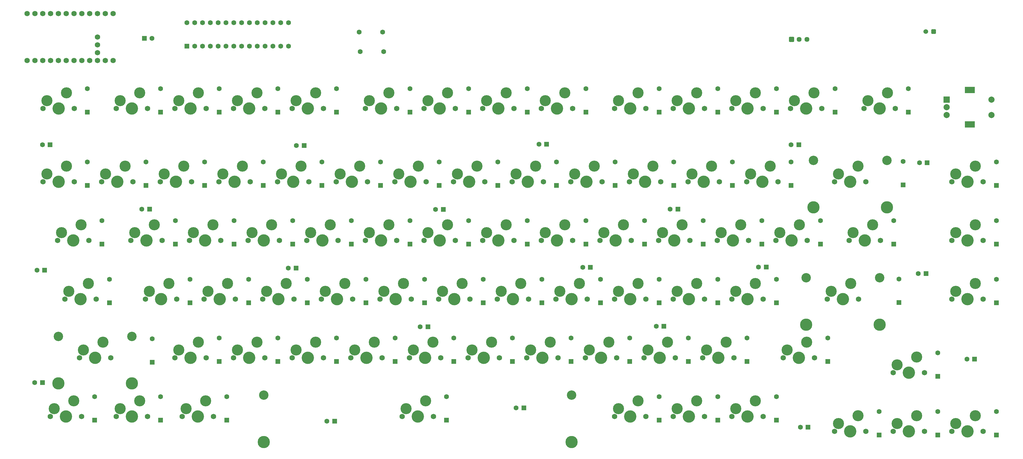
<source format=gbr>
%TF.GenerationSoftware,KiCad,Pcbnew,9.0.2*%
%TF.CreationDate,2025-07-31T22:41:45+05:30*%
%TF.ProjectId,clackintosh,636c6163-6b69-46e7-946f-73682e6b6963,rev?*%
%TF.SameCoordinates,Original*%
%TF.FileFunction,Soldermask,Top*%
%TF.FilePolarity,Negative*%
%FSLAX46Y46*%
G04 Gerber Fmt 4.6, Leading zero omitted, Abs format (unit mm)*
G04 Created by KiCad (PCBNEW 9.0.2) date 2025-07-31 22:41:45*
%MOMM*%
%LPD*%
G01*
G04 APERTURE LIST*
G04 Aperture macros list*
%AMRoundRect*
0 Rectangle with rounded corners*
0 $1 Rounding radius*
0 $2 $3 $4 $5 $6 $7 $8 $9 X,Y pos of 4 corners*
0 Add a 4 corners polygon primitive as box body*
4,1,4,$2,$3,$4,$5,$6,$7,$8,$9,$2,$3,0*
0 Add four circle primitives for the rounded corners*
1,1,$1+$1,$2,$3*
1,1,$1+$1,$4,$5*
1,1,$1+$1,$6,$7*
1,1,$1+$1,$8,$9*
0 Add four rect primitives between the rounded corners*
20,1,$1+$1,$2,$3,$4,$5,0*
20,1,$1+$1,$4,$5,$6,$7,0*
20,1,$1+$1,$6,$7,$8,$9,0*
20,1,$1+$1,$8,$9,$2,$3,0*%
G04 Aperture macros list end*
%ADD10RoundRect,0.250000X0.550000X-0.550000X0.550000X0.550000X-0.550000X0.550000X-0.550000X-0.550000X0*%
%ADD11C,1.600000*%
%ADD12R,2.000000X2.000000*%
%ADD13C,2.000000*%
%ADD14R,3.200000X2.000000*%
%ADD15RoundRect,0.102000X-0.704000X-0.704000X0.704000X-0.704000X0.704000X0.704000X-0.704000X0.704000X0*%
%ADD16C,1.612000*%
%ADD17RoundRect,0.250000X-0.550000X-0.550000X0.550000X-0.550000X0.550000X0.550000X-0.550000X0.550000X0*%
%ADD18C,1.524000*%
%ADD19RoundRect,0.250000X-0.512000X-0.512000X0.512000X-0.512000X0.512000X0.512000X-0.512000X0.512000X0*%
%ADD20C,1.752600*%
%ADD21C,1.750000*%
%ADD22C,4.000000*%
%ADD23C,3.600000*%
%ADD24C,3.048000*%
%ADD25C,3.987800*%
%ADD26RoundRect,0.250000X0.550000X0.550000X-0.550000X0.550000X-0.550000X-0.550000X0.550000X-0.550000X0*%
G04 APERTURE END LIST*
D10*
%TO.C,D55*%
X252887500Y-105012500D03*
D11*
X252887500Y-97392500D03*
%TD*%
D10*
%TO.C,D61*%
X110012500Y-124062500D03*
D11*
X110012500Y-116442500D03*
%TD*%
D10*
%TO.C,D75*%
X164781300Y-143112500D03*
D11*
X164781300Y-135492500D03*
%TD*%
D10*
%TO.C,D17*%
X86200000Y-66912500D03*
D11*
X86200000Y-59292500D03*
%TD*%
D10*
%TO.C,D18*%
X105250000Y-66912500D03*
D11*
X105250000Y-59292500D03*
%TD*%
D12*
%TO.C,SW1*%
X327250000Y-39000000D03*
D13*
X327250000Y-44000000D03*
X327250000Y-41500000D03*
D14*
X334750000Y-35900000D03*
X334750000Y-47100000D03*
D13*
X341750000Y-44000000D03*
X341750000Y-39000000D03*
%TD*%
D10*
%TO.C,D56*%
X271937500Y-105012500D03*
D11*
X271937500Y-97392500D03*
%TD*%
D10*
%TO.C,D10*%
X233837500Y-43100000D03*
D11*
X233837500Y-35480000D03*
%TD*%
D10*
%TO.C,D23*%
X200500000Y-66912500D03*
D11*
X200500000Y-59292500D03*
%TD*%
D10*
%TO.C,D79*%
X305275000Y-147875000D03*
D11*
X305275000Y-140255000D03*
%TD*%
D10*
%TO.C,D50*%
X157637500Y-105012500D03*
D11*
X157637500Y-97392500D03*
%TD*%
D10*
%TO.C,D33*%
X114775000Y-85962500D03*
D11*
X114775000Y-78342500D03*
%TD*%
D10*
%TO.C,D67*%
X224312500Y-124062500D03*
D11*
X224312500Y-116442500D03*
%TD*%
D15*
%TO.C,SW2*%
X276812500Y-19500000D03*
D16*
X279312500Y-19500000D03*
X281812500Y-19500000D03*
%TD*%
D10*
%TO.C,D8*%
X190975000Y-43100000D03*
D11*
X190975000Y-35480000D03*
%TD*%
D10*
%TO.C,D48*%
X119537500Y-105012500D03*
D11*
X119537500Y-97392500D03*
%TD*%
D10*
%TO.C,D4*%
X110012500Y-43100000D03*
D11*
X110012500Y-35480000D03*
%TD*%
D10*
%TO.C,D63*%
X148112500Y-124062500D03*
D11*
X148112500Y-116442500D03*
%TD*%
D10*
%TO.C,D73*%
X71912500Y-143112500D03*
D11*
X71912500Y-135492500D03*
%TD*%
D10*
%TO.C,D30*%
X52862500Y-85962500D03*
D11*
X52862500Y-78342500D03*
%TD*%
D10*
%TO.C,D3*%
X90962500Y-43100000D03*
D11*
X90962500Y-35480000D03*
%TD*%
D10*
%TO.C,D12*%
X271937500Y-43100000D03*
D11*
X271937500Y-35480000D03*
%TD*%
D10*
%TO.C,D7*%
X171925000Y-43100000D03*
D11*
X171925000Y-35480000D03*
%TD*%
D10*
%TO.C,D40*%
X248125000Y-85962500D03*
D11*
X248125000Y-78342500D03*
%TD*%
D10*
%TO.C,D26*%
X257650000Y-66912500D03*
D11*
X257650000Y-59292500D03*
%TD*%
D10*
%TO.C,D39*%
X229075000Y-85962500D03*
D11*
X229075000Y-78342500D03*
%TD*%
D10*
%TO.C,D47*%
X100487500Y-105012500D03*
D11*
X100487500Y-97392500D03*
%TD*%
D10*
%TO.C,D38*%
X210025000Y-85962500D03*
D11*
X210025000Y-78342500D03*
%TD*%
D10*
%TO.C,D69*%
X262412500Y-124062500D03*
D11*
X262412500Y-116442500D03*
%TD*%
D10*
%TO.C,D58*%
X343375000Y-105012500D03*
D11*
X343375000Y-97392500D03*
%TD*%
D10*
%TO.C,D22*%
X181450000Y-66912500D03*
D11*
X181450000Y-59292500D03*
%TD*%
D10*
%TO.C,D72*%
X50481300Y-143112500D03*
D11*
X50481300Y-135492500D03*
%TD*%
D10*
%TO.C,D14*%
X314800000Y-43100000D03*
D11*
X314800000Y-35480000D03*
%TD*%
D10*
%TO.C,D6*%
X152875000Y-43100000D03*
D11*
X152875000Y-35480000D03*
%TD*%
D10*
%TO.C,D27*%
X276700000Y-66912500D03*
D11*
X276700000Y-59292500D03*
%TD*%
D10*
%TO.C,D2*%
X71912500Y-43100000D03*
D11*
X71912500Y-35480000D03*
%TD*%
D10*
%TO.C,D24*%
X219550000Y-66912500D03*
D11*
X219550000Y-59292500D03*
%TD*%
D17*
%TO.C,C21*%
X66594900Y-19100000D03*
D11*
X69094900Y-19100000D03*
%TD*%
D10*
%TO.C,D25*%
X238600000Y-66912500D03*
D11*
X238600000Y-59292500D03*
%TD*%
D10*
%TO.C,D42*%
X286225000Y-85962500D03*
D11*
X286225000Y-78342500D03*
%TD*%
D10*
%TO.C,D5*%
X129062500Y-43100000D03*
D11*
X129062500Y-35480000D03*
%TD*%
D10*
%TO.C,D62*%
X129062500Y-124062500D03*
D11*
X129062500Y-116442500D03*
%TD*%
D10*
%TO.C,D68*%
X243362500Y-124062500D03*
D11*
X243362500Y-116442500D03*
%TD*%
D18*
%TO.C,BT1*%
X320460000Y-16900000D03*
D19*
X323000000Y-16900000D03*
%TD*%
D10*
%TO.C,D41*%
X267175000Y-85962500D03*
D11*
X267175000Y-78342500D03*
%TD*%
D10*
%TO.C,D32*%
X95725000Y-85962500D03*
D11*
X95725000Y-78342500D03*
%TD*%
D10*
%TO.C,D70*%
X288606300Y-124062500D03*
D11*
X288606300Y-116442500D03*
%TD*%
D10*
%TO.C,D52*%
X195737500Y-105012500D03*
D11*
X195737500Y-97392500D03*
%TD*%
D20*
%TO.C,U2*%
X28510000Y-26320000D03*
X31050000Y-26320000D03*
X33590000Y-26320000D03*
X36130000Y-26320000D03*
X38670000Y-26320000D03*
X41210000Y-26320000D03*
X43750000Y-26320000D03*
X46290000Y-26320000D03*
X48830000Y-26320000D03*
X51370000Y-26320000D03*
X53910000Y-26320000D03*
X56450000Y-26320000D03*
X56450000Y-11080000D03*
X53910000Y-11080000D03*
X51370000Y-11080000D03*
X48830000Y-11080000D03*
X46290000Y-11080000D03*
X43750000Y-11080000D03*
X41210000Y-11080000D03*
X38670000Y-11080000D03*
X36130000Y-11080000D03*
X33590000Y-11080000D03*
X31050000Y-11080000D03*
X28510000Y-11080000D03*
X51370000Y-23780000D03*
X51370000Y-21240000D03*
X51370000Y-18700000D03*
%TD*%
D10*
%TO.C,D45*%
X55243800Y-105012500D03*
D11*
X55243800Y-97392500D03*
%TD*%
D10*
%TO.C,D59*%
X69200000Y-124310000D03*
D11*
X69200000Y-116690000D03*
%TD*%
D10*
%TO.C,D57*%
X311700000Y-104910000D03*
D11*
X311700000Y-97290000D03*
%TD*%
D10*
%TO.C,D9*%
X210025000Y-43100000D03*
D11*
X210025000Y-35480000D03*
%TD*%
D10*
%TO.C,D76*%
X233837500Y-143112500D03*
D11*
X233837500Y-135492500D03*
%TD*%
D10*
%TO.C,D34*%
X133825000Y-85962500D03*
D11*
X133825000Y-78342500D03*
%TD*%
D10*
%TO.C,D1*%
X48100000Y-43100000D03*
D11*
X48100000Y-35480000D03*
%TD*%
D10*
%TO.C,U1*%
X80440000Y-21700000D03*
D11*
X82980000Y-21700000D03*
X85520000Y-21700000D03*
X88060000Y-21700000D03*
X90600000Y-21700000D03*
X93140000Y-21700000D03*
X95680000Y-21700000D03*
X98220000Y-21700000D03*
X100760000Y-21700000D03*
X103300000Y-21700000D03*
X105840000Y-21700000D03*
X108380000Y-21700000D03*
X110920000Y-21700000D03*
X113460000Y-21700000D03*
X113460000Y-14080000D03*
X110920000Y-14080000D03*
X108380000Y-14080000D03*
X105840000Y-14080000D03*
X103300000Y-14080000D03*
X100760000Y-14080000D03*
X98220000Y-14080000D03*
X95680000Y-14080000D03*
X93140000Y-14080000D03*
X90600000Y-14080000D03*
X88060000Y-14080000D03*
X85520000Y-14080000D03*
X82980000Y-14080000D03*
X80440000Y-14080000D03*
%TD*%
D10*
%TO.C,D31*%
X76675000Y-85962500D03*
D11*
X76675000Y-78342500D03*
%TD*%
D10*
%TO.C,D37*%
X190975000Y-85962500D03*
D11*
X190975000Y-78342500D03*
%TD*%
D10*
%TO.C,D64*%
X167162500Y-124062500D03*
D11*
X167162500Y-116442500D03*
%TD*%
D10*
%TO.C,D81*%
X343375000Y-147875000D03*
D11*
X343375000Y-140255000D03*
%TD*%
D10*
%TO.C,D16*%
X67150000Y-66912500D03*
D11*
X67150000Y-59292500D03*
%TD*%
D10*
%TO.C,D78*%
X271937500Y-143112500D03*
D11*
X271937500Y-135492500D03*
%TD*%
D10*
%TO.C,D11*%
X252887500Y-43100000D03*
D11*
X252887500Y-35480000D03*
%TD*%
D10*
%TO.C,D77*%
X252887500Y-143112500D03*
D11*
X252887500Y-135492500D03*
%TD*%
%TO.C,R1*%
X136390000Y-17100000D03*
X144010000Y-17100000D03*
%TD*%
D10*
%TO.C,D65*%
X186212500Y-124062500D03*
D11*
X186212500Y-116442500D03*
%TD*%
D10*
%TO.C,D60*%
X90962500Y-124062500D03*
D11*
X90962500Y-116442500D03*
%TD*%
D10*
%TO.C,D35*%
X152875000Y-85962500D03*
D11*
X152875000Y-78342500D03*
%TD*%
D10*
%TO.C,D53*%
X214787500Y-105012500D03*
D11*
X214787500Y-97392500D03*
%TD*%
D10*
%TO.C,D36*%
X171925000Y-85962500D03*
D11*
X171925000Y-78342500D03*
%TD*%
%TO.C,R2*%
X144310000Y-23400000D03*
X136690000Y-23400000D03*
%TD*%
D10*
%TO.C,D21*%
X162400000Y-66912500D03*
D11*
X162400000Y-59292500D03*
%TD*%
D10*
%TO.C,D54*%
X233837500Y-105012500D03*
D11*
X233837500Y-97392500D03*
%TD*%
D10*
%TO.C,D15*%
X48100000Y-66912500D03*
D11*
X48100000Y-59292500D03*
%TD*%
D10*
%TO.C,D74*%
X93343800Y-143112500D03*
D11*
X93343800Y-135492500D03*
%TD*%
D10*
%TO.C,D71*%
X324325000Y-128825000D03*
D11*
X324325000Y-121205000D03*
%TD*%
D10*
%TO.C,D66*%
X205262500Y-124062500D03*
D11*
X205262500Y-116442500D03*
%TD*%
D10*
%TO.C,D80*%
X324325000Y-147875000D03*
D11*
X324325000Y-140255000D03*
%TD*%
D10*
%TO.C,D29*%
X343375000Y-66912500D03*
D11*
X343375000Y-59292500D03*
%TD*%
D10*
%TO.C,D43*%
X310037500Y-85962500D03*
D11*
X310037500Y-78342500D03*
%TD*%
D10*
%TO.C,D49*%
X138587500Y-105012500D03*
D11*
X138587500Y-97392500D03*
%TD*%
D10*
%TO.C,D20*%
X143350000Y-66912500D03*
D11*
X143350000Y-59292500D03*
%TD*%
D10*
%TO.C,D51*%
X176687500Y-105012500D03*
D11*
X176687500Y-97392500D03*
%TD*%
D10*
%TO.C,D28*%
X313100000Y-66720000D03*
D11*
X313100000Y-59100000D03*
%TD*%
D10*
%TO.C,D19*%
X124300000Y-66912500D03*
D11*
X124300000Y-59292500D03*
%TD*%
D10*
%TO.C,D44*%
X343375000Y-85962500D03*
D11*
X343375000Y-78342500D03*
%TD*%
D10*
%TO.C,D13*%
X290987500Y-43100000D03*
D11*
X290987500Y-35480000D03*
%TD*%
D10*
%TO.C,D46*%
X81437500Y-105012500D03*
D11*
X81437500Y-97392500D03*
%TD*%
D21*
%TO.C,S12*%
X257492500Y-41910000D03*
D22*
X262572500Y-41910000D03*
D21*
X267652500Y-41910000D03*
D23*
X258762500Y-39370000D03*
X265112500Y-36830000D03*
%TD*%
D21*
%TO.C,S70*%
X274161300Y-122872500D03*
D22*
X279241300Y-122872500D03*
D21*
X284321300Y-122872500D03*
D23*
X275431300Y-120332500D03*
X281781300Y-117792500D03*
%TD*%
D21*
%TO.C,S39*%
X214630000Y-84772500D03*
D22*
X219710000Y-84772500D03*
D21*
X224790000Y-84772500D03*
D23*
X215900000Y-82232500D03*
X222250000Y-79692500D03*
%TD*%
D24*
%TO.C,S57*%
X281590800Y-96837500D03*
D25*
X281590800Y-112047500D03*
D21*
X288448800Y-103822500D03*
D22*
X293528800Y-103822500D03*
D21*
X298608800Y-103822500D03*
D24*
X305466800Y-96837500D03*
D25*
X305466800Y-112047500D03*
D23*
X289718800Y-101282500D03*
X296068800Y-98742500D03*
%TD*%
D24*
%TO.C,S59*%
X38703300Y-115887500D03*
D25*
X38703300Y-131097500D03*
D21*
X45561300Y-122872500D03*
D22*
X50641300Y-122872500D03*
D21*
X55721300Y-122872500D03*
D24*
X62579300Y-115887500D03*
D25*
X62579300Y-131097500D03*
D23*
X46831300Y-120332500D03*
X53181300Y-117792500D03*
%TD*%
D26*
%TO.C,C14*%
X33505100Y-130900000D03*
D11*
X31005100Y-130900000D03*
%TD*%
D21*
%TO.C,S65*%
X171767500Y-122872500D03*
D22*
X176847500Y-122872500D03*
D21*
X181927500Y-122872500D03*
D23*
X173037500Y-120332500D03*
X179387500Y-117792500D03*
%TD*%
D21*
%TO.C,S8*%
X176530000Y-41910000D03*
D22*
X181610000Y-41910000D03*
D21*
X186690000Y-41910000D03*
D23*
X177800000Y-39370000D03*
X184150000Y-36830000D03*
%TD*%
D21*
%TO.C,S44*%
X328930000Y-84772500D03*
D22*
X334010000Y-84772500D03*
D21*
X339090000Y-84772500D03*
D23*
X330200000Y-82232500D03*
X336550000Y-79692500D03*
%TD*%
D21*
%TO.C,S60*%
X76517500Y-122872500D03*
D22*
X81597500Y-122872500D03*
D21*
X86677500Y-122872500D03*
D23*
X77787500Y-120332500D03*
X84137500Y-117792500D03*
%TD*%
D21*
%TO.C,S47*%
X86042500Y-103822500D03*
D22*
X91122500Y-103822500D03*
D21*
X96202500Y-103822500D03*
D23*
X87312500Y-101282500D03*
X93662500Y-98742500D03*
%TD*%
D21*
%TO.C,S81*%
X328930000Y-146685000D03*
D22*
X334010000Y-146685000D03*
D21*
X339090000Y-146685000D03*
D23*
X330200000Y-144145000D03*
X336550000Y-141605000D03*
%TD*%
D21*
%TO.C,S69*%
X247967500Y-122872500D03*
D22*
X253047500Y-122872500D03*
D21*
X258127500Y-122872500D03*
D23*
X249237500Y-120332500D03*
X255587500Y-117792500D03*
%TD*%
D26*
%TO.C,C6*%
X163705100Y-74700000D03*
D11*
X161205100Y-74700000D03*
%TD*%
D21*
%TO.C,S66*%
X190817500Y-122872500D03*
D22*
X195897500Y-122872500D03*
D21*
X200977500Y-122872500D03*
D23*
X192087500Y-120332500D03*
X198437500Y-117792500D03*
%TD*%
D21*
%TO.C,S9*%
X195580000Y-41910000D03*
D22*
X200660000Y-41910000D03*
D21*
X205740000Y-41910000D03*
D23*
X196850000Y-39370000D03*
X203200000Y-36830000D03*
%TD*%
D21*
%TO.C,S77*%
X238442500Y-141922500D03*
D22*
X243522500Y-141922500D03*
D21*
X248602500Y-141922500D03*
D23*
X239712500Y-139382500D03*
X246062500Y-136842500D03*
%TD*%
D26*
%TO.C,C8*%
X34205100Y-94400000D03*
D11*
X31705100Y-94400000D03*
%TD*%
D21*
%TO.C,S30*%
X38417500Y-84772500D03*
D22*
X43497500Y-84772500D03*
D21*
X48577500Y-84772500D03*
D23*
X39687500Y-82232500D03*
X46037500Y-79692500D03*
%TD*%
D26*
%TO.C,C20*%
X320500000Y-95500000D03*
D11*
X318000000Y-95500000D03*
%TD*%
D26*
%TO.C,C7*%
X68300000Y-74600000D03*
D11*
X65800000Y-74600000D03*
%TD*%
D21*
%TO.C,S40*%
X233680000Y-84772500D03*
D22*
X238760000Y-84772500D03*
D21*
X243840000Y-84772500D03*
D23*
X234950000Y-82232500D03*
X241300000Y-79692500D03*
%TD*%
D21*
%TO.C,S38*%
X195580000Y-84772500D03*
D22*
X200660000Y-84772500D03*
D21*
X205740000Y-84772500D03*
D23*
X196850000Y-82232500D03*
X203200000Y-79692500D03*
%TD*%
D21*
%TO.C,S76*%
X219392500Y-141922500D03*
D22*
X224472500Y-141922500D03*
D21*
X229552500Y-141922500D03*
D23*
X220662500Y-139382500D03*
X227012500Y-136842500D03*
%TD*%
D26*
%TO.C,C10*%
X211500000Y-93500000D03*
D11*
X209000000Y-93500000D03*
%TD*%
D21*
%TO.C,S52*%
X181292500Y-103822500D03*
D22*
X186372500Y-103822500D03*
D21*
X191452500Y-103822500D03*
D23*
X182562500Y-101282500D03*
X188912500Y-98742500D03*
%TD*%
D21*
%TO.C,S79*%
X290830000Y-146685000D03*
D22*
X295910000Y-146685000D03*
D21*
X300990000Y-146685000D03*
D23*
X292100000Y-144145000D03*
X298450000Y-141605000D03*
%TD*%
D21*
%TO.C,S2*%
X57467500Y-41910000D03*
D22*
X62547500Y-41910000D03*
D21*
X67627500Y-41910000D03*
D23*
X58737500Y-39370000D03*
X65087500Y-36830000D03*
%TD*%
D21*
%TO.C,S17*%
X71755000Y-65722500D03*
D22*
X76835000Y-65722500D03*
D21*
X81915000Y-65722500D03*
D23*
X73025000Y-63182500D03*
X79375000Y-60642500D03*
%TD*%
D21*
%TO.C,S41*%
X252730000Y-84772500D03*
D22*
X257810000Y-84772500D03*
D21*
X262890000Y-84772500D03*
D23*
X254000000Y-82232500D03*
X260350000Y-79692500D03*
%TD*%
D21*
%TO.C,S80*%
X309880000Y-146685000D03*
D22*
X314960000Y-146685000D03*
D21*
X320040000Y-146685000D03*
D23*
X311150000Y-144145000D03*
X317500000Y-141605000D03*
%TD*%
D21*
%TO.C,S32*%
X81280000Y-84772500D03*
D22*
X86360000Y-84772500D03*
D21*
X91440000Y-84772500D03*
D23*
X82550000Y-82232500D03*
X88900000Y-79692500D03*
%TD*%
D24*
%TO.C,S75*%
X105416300Y-134937500D03*
D25*
X105416300Y-150147500D03*
D21*
X150336300Y-141922500D03*
D22*
X155416300Y-141922500D03*
D21*
X160496300Y-141922500D03*
D24*
X205416300Y-134937500D03*
D25*
X205416300Y-150147500D03*
D23*
X151606300Y-139382500D03*
X157956300Y-136842500D03*
%TD*%
D21*
%TO.C,S37*%
X176530000Y-84772500D03*
D22*
X181610000Y-84772500D03*
D21*
X186690000Y-84772500D03*
D23*
X177800000Y-82232500D03*
X184150000Y-79692500D03*
%TD*%
D21*
%TO.C,S4*%
X95567500Y-41910000D03*
D22*
X100647500Y-41910000D03*
D21*
X105727500Y-41910000D03*
D23*
X96837500Y-39370000D03*
X103187500Y-36830000D03*
%TD*%
D21*
%TO.C,S18*%
X90805000Y-65722500D03*
D22*
X95885000Y-65722500D03*
D21*
X100965000Y-65722500D03*
D23*
X92075000Y-63182500D03*
X98425000Y-60642500D03*
%TD*%
D21*
%TO.C,S20*%
X128905000Y-65722500D03*
D22*
X133985000Y-65722500D03*
D21*
X139065000Y-65722500D03*
D23*
X130175000Y-63182500D03*
X136525000Y-60642500D03*
%TD*%
D26*
%TO.C,C2*%
X118500000Y-53900000D03*
D11*
X116000000Y-53900000D03*
%TD*%
D21*
%TO.C,S14*%
X300355000Y-41910000D03*
D22*
X305435000Y-41910000D03*
D21*
X310515000Y-41910000D03*
D23*
X301625000Y-39370000D03*
X307975000Y-36830000D03*
%TD*%
D26*
%TO.C,C1*%
X35994900Y-53700000D03*
D11*
X33494900Y-53700000D03*
%TD*%
D21*
%TO.C,S27*%
X262255000Y-65722500D03*
D22*
X267335000Y-65722500D03*
D21*
X272415000Y-65722500D03*
D23*
X263525000Y-63182500D03*
X269875000Y-60642500D03*
%TD*%
D26*
%TO.C,C4*%
X279205113Y-53700000D03*
D11*
X276705113Y-53700000D03*
%TD*%
D21*
%TO.C,S71*%
X309880000Y-127635000D03*
D22*
X314960000Y-127635000D03*
D21*
X320040000Y-127635000D03*
D23*
X311150000Y-125095000D03*
X317500000Y-122555000D03*
%TD*%
D21*
%TO.C,S29*%
X328930000Y-65722500D03*
D22*
X334010000Y-65722500D03*
D21*
X339090000Y-65722500D03*
D23*
X330200000Y-63182500D03*
X336550000Y-60642500D03*
%TD*%
D21*
%TO.C,S58*%
X328930000Y-103822500D03*
D22*
X334010000Y-103822500D03*
D21*
X339090000Y-103822500D03*
D23*
X330200000Y-101282500D03*
X336550000Y-98742500D03*
%TD*%
D21*
%TO.C,S49*%
X124142500Y-103822500D03*
D22*
X129222500Y-103822500D03*
D21*
X134302500Y-103822500D03*
D23*
X125412500Y-101282500D03*
X131762500Y-98742500D03*
%TD*%
D21*
%TO.C,S23*%
X186055000Y-65722500D03*
D22*
X191135000Y-65722500D03*
D21*
X196215000Y-65722500D03*
D23*
X187325000Y-63182500D03*
X193675000Y-60642500D03*
%TD*%
D21*
%TO.C,S33*%
X100330000Y-84772500D03*
D22*
X105410000Y-84772500D03*
D21*
X110490000Y-84772500D03*
D23*
X101600000Y-82232500D03*
X107950000Y-79692500D03*
%TD*%
D26*
%TO.C,C13*%
X158700000Y-112800000D03*
D11*
X156200000Y-112800000D03*
%TD*%
D26*
%TO.C,C18*%
X336300000Y-123300000D03*
D11*
X333800000Y-123300000D03*
%TD*%
D21*
%TO.C,S78*%
X257492500Y-141922500D03*
D22*
X262572500Y-141922500D03*
D21*
X267652500Y-141922500D03*
D23*
X258762500Y-139382500D03*
X265112500Y-136842500D03*
%TD*%
D21*
%TO.C,S46*%
X66992500Y-103822500D03*
D22*
X72072500Y-103822500D03*
D21*
X77152500Y-103822500D03*
D23*
X68262500Y-101282500D03*
X74612500Y-98742500D03*
%TD*%
D21*
%TO.C,S68*%
X228917500Y-122872500D03*
D22*
X233997500Y-122872500D03*
D21*
X239077500Y-122872500D03*
D23*
X230187500Y-120332500D03*
X236537500Y-117792500D03*
%TD*%
D21*
%TO.C,S31*%
X62230000Y-84772500D03*
D22*
X67310000Y-84772500D03*
D21*
X72390000Y-84772500D03*
D23*
X63500000Y-82232500D03*
X69850000Y-79692500D03*
%TD*%
D21*
%TO.C,S24*%
X205105000Y-65722500D03*
D22*
X210185000Y-65722500D03*
D21*
X215265000Y-65722500D03*
D23*
X206375000Y-63182500D03*
X212725000Y-60642500D03*
%TD*%
D21*
%TO.C,S6*%
X138430000Y-41910000D03*
D22*
X143510000Y-41910000D03*
D21*
X148590000Y-41910000D03*
D23*
X139700000Y-39370000D03*
X146050000Y-36830000D03*
%TD*%
D21*
%TO.C,S11*%
X238442500Y-41910000D03*
D22*
X243522500Y-41910000D03*
D21*
X248602500Y-41910000D03*
D23*
X239712500Y-39370000D03*
X246062500Y-36830000D03*
%TD*%
D21*
%TO.C,S45*%
X40798800Y-103822500D03*
D22*
X45878800Y-103822500D03*
D21*
X50958800Y-103822500D03*
D23*
X42068800Y-101282500D03*
X48418800Y-98742500D03*
%TD*%
D26*
%TO.C,C5*%
X239905100Y-74600000D03*
D11*
X237405100Y-74600000D03*
%TD*%
D21*
%TO.C,S73*%
X57467500Y-141922500D03*
D22*
X62547500Y-141922500D03*
D21*
X67627500Y-141922500D03*
D23*
X58737500Y-139382500D03*
X65087500Y-136842500D03*
%TD*%
D21*
%TO.C,S26*%
X243205000Y-65722500D03*
D22*
X248285000Y-65722500D03*
D21*
X253365000Y-65722500D03*
D23*
X244475000Y-63182500D03*
X250825000Y-60642500D03*
%TD*%
D26*
%TO.C,C3*%
X197300000Y-53500000D03*
D11*
X194800000Y-53500000D03*
%TD*%
D21*
%TO.C,S51*%
X162242500Y-103822500D03*
D22*
X167322500Y-103822500D03*
D21*
X172402500Y-103822500D03*
D23*
X163512500Y-101282500D03*
X169862500Y-98742500D03*
%TD*%
D21*
%TO.C,S35*%
X138430000Y-84772500D03*
D22*
X143510000Y-84772500D03*
D21*
X148590000Y-84772500D03*
D23*
X139700000Y-82232500D03*
X146050000Y-79692500D03*
%TD*%
D21*
%TO.C,S36*%
X157480000Y-84772500D03*
D22*
X162560000Y-84772500D03*
D21*
X167640000Y-84772500D03*
D23*
X158750000Y-82232500D03*
X165100000Y-79692500D03*
%TD*%
D21*
%TO.C,S15*%
X33655000Y-65722500D03*
D22*
X38735000Y-65722500D03*
D21*
X43815000Y-65722500D03*
D23*
X34925000Y-63182500D03*
X41275000Y-60642500D03*
%TD*%
D21*
%TO.C,S61*%
X95567500Y-122872500D03*
D22*
X100647500Y-122872500D03*
D21*
X105727500Y-122872500D03*
D23*
X96837500Y-120332500D03*
X103187500Y-117792500D03*
%TD*%
D21*
%TO.C,S72*%
X36036300Y-141922500D03*
D22*
X41116300Y-141922500D03*
D21*
X46196300Y-141922500D03*
D23*
X37306300Y-139382500D03*
X43656300Y-136842500D03*
%TD*%
D21*
%TO.C,S25*%
X224155000Y-65722500D03*
D22*
X229235000Y-65722500D03*
D21*
X234315000Y-65722500D03*
D23*
X225425000Y-63182500D03*
X231775000Y-60642500D03*
%TD*%
D21*
%TO.C,S54*%
X219392500Y-103822500D03*
D22*
X224472500Y-103822500D03*
D21*
X229552500Y-103822500D03*
D23*
X220662500Y-101282500D03*
X227012500Y-98742500D03*
%TD*%
D26*
%TO.C,C17*%
X282200000Y-145400000D03*
D11*
X279700000Y-145400000D03*
%TD*%
D21*
%TO.C,S63*%
X133667500Y-122872500D03*
D22*
X138747500Y-122872500D03*
D21*
X143827500Y-122872500D03*
D23*
X134937500Y-120332500D03*
X141287500Y-117792500D03*
%TD*%
D26*
%TO.C,C12*%
X235405100Y-112600000D03*
D11*
X232905100Y-112600000D03*
%TD*%
D21*
%TO.C,S7*%
X157480000Y-41910000D03*
D22*
X162560000Y-41910000D03*
D21*
X167640000Y-41910000D03*
D23*
X158750000Y-39370000D03*
X165100000Y-36830000D03*
%TD*%
D26*
%TO.C,C11*%
X268600000Y-93400000D03*
D11*
X266100000Y-93400000D03*
%TD*%
D21*
%TO.C,S16*%
X52705000Y-65722500D03*
D22*
X57785000Y-65722500D03*
D21*
X62865000Y-65722500D03*
D23*
X53975000Y-63182500D03*
X60325000Y-60642500D03*
%TD*%
D26*
%TO.C,C19*%
X320900000Y-59500000D03*
D11*
X318400000Y-59500000D03*
%TD*%
D21*
%TO.C,S1*%
X33655000Y-41910000D03*
D22*
X38735000Y-41910000D03*
D21*
X43815000Y-41910000D03*
D23*
X34925000Y-39370000D03*
X41275000Y-36830000D03*
%TD*%
D21*
%TO.C,S67*%
X209867500Y-122872500D03*
D22*
X214947500Y-122872500D03*
D21*
X220027500Y-122872500D03*
D23*
X211137500Y-120332500D03*
X217487500Y-117792500D03*
%TD*%
D21*
%TO.C,S48*%
X105092500Y-103822500D03*
D22*
X110172500Y-103822500D03*
D21*
X115252500Y-103822500D03*
D23*
X106362500Y-101282500D03*
X112712500Y-98742500D03*
%TD*%
D26*
%TO.C,C16*%
X189900000Y-139100000D03*
D11*
X187400000Y-139100000D03*
%TD*%
D21*
%TO.C,S74*%
X78898800Y-141922500D03*
D22*
X83978800Y-141922500D03*
D21*
X89058800Y-141922500D03*
D23*
X80168800Y-139382500D03*
X86518800Y-136842500D03*
%TD*%
D21*
%TO.C,S62*%
X114617500Y-122872500D03*
D22*
X119697500Y-122872500D03*
D21*
X124777500Y-122872500D03*
D23*
X115887500Y-120332500D03*
X122237500Y-117792500D03*
%TD*%
D21*
%TO.C,S19*%
X109855000Y-65722500D03*
D22*
X114935000Y-65722500D03*
D21*
X120015000Y-65722500D03*
D23*
X111125000Y-63182500D03*
X117475000Y-60642500D03*
%TD*%
D21*
%TO.C,S22*%
X167005000Y-65722500D03*
D22*
X172085000Y-65722500D03*
D21*
X177165000Y-65722500D03*
D23*
X168275000Y-63182500D03*
X174625000Y-60642500D03*
%TD*%
D21*
%TO.C,S5*%
X114617500Y-41910000D03*
D22*
X119697500Y-41910000D03*
D21*
X124777500Y-41910000D03*
D23*
X115887500Y-39370000D03*
X122237500Y-36830000D03*
%TD*%
D21*
%TO.C,S53*%
X200342500Y-103822500D03*
D22*
X205422500Y-103822500D03*
D21*
X210502500Y-103822500D03*
D23*
X201612500Y-101282500D03*
X207962500Y-98742500D03*
%TD*%
D21*
%TO.C,S10*%
X219392500Y-41910000D03*
D22*
X224472500Y-41910000D03*
D21*
X229552500Y-41910000D03*
D23*
X220662500Y-39370000D03*
X227012500Y-36830000D03*
%TD*%
D21*
%TO.C,S64*%
X152717500Y-122872500D03*
D22*
X157797500Y-122872500D03*
D21*
X162877500Y-122872500D03*
D23*
X153987500Y-120332500D03*
X160337500Y-117792500D03*
%TD*%
D24*
%TO.C,S28*%
X283972000Y-58737500D03*
D25*
X283972000Y-73947500D03*
D21*
X290830000Y-65722500D03*
D22*
X295910000Y-65722500D03*
D21*
X300990000Y-65722500D03*
D24*
X307848000Y-58737500D03*
D25*
X307848000Y-73947500D03*
D23*
X292100000Y-63182500D03*
X298450000Y-60642500D03*
%TD*%
D21*
%TO.C,S3*%
X76517500Y-41910000D03*
D22*
X81597500Y-41910000D03*
D21*
X86677500Y-41910000D03*
D23*
X77787500Y-39370000D03*
X84137500Y-36830000D03*
%TD*%
D21*
%TO.C,S55*%
X238442500Y-103822500D03*
D22*
X243522500Y-103822500D03*
D21*
X248602500Y-103822500D03*
D23*
X239712500Y-101282500D03*
X246062500Y-98742500D03*
%TD*%
D21*
%TO.C,S42*%
X271780000Y-84772500D03*
D22*
X276860000Y-84772500D03*
D21*
X281940000Y-84772500D03*
D23*
X273050000Y-82232500D03*
X279400000Y-79692500D03*
%TD*%
D21*
%TO.C,S50*%
X143192500Y-103822500D03*
D22*
X148272500Y-103822500D03*
D21*
X153352500Y-103822500D03*
D23*
X144462500Y-101282500D03*
X150812500Y-98742500D03*
%TD*%
D26*
%TO.C,C15*%
X128400000Y-143400000D03*
D11*
X125900000Y-143400000D03*
%TD*%
D21*
%TO.C,S13*%
X276542500Y-41910000D03*
D22*
X281622500Y-41910000D03*
D21*
X286702500Y-41910000D03*
D23*
X277812500Y-39370000D03*
X284162500Y-36830000D03*
%TD*%
D26*
%TO.C,C9*%
X115900000Y-93700000D03*
D11*
X113400000Y-93700000D03*
%TD*%
D21*
%TO.C,S56*%
X257492500Y-103822500D03*
D22*
X262572500Y-103822500D03*
D21*
X267652500Y-103822500D03*
D23*
X258762500Y-101282500D03*
X265112500Y-98742500D03*
%TD*%
D21*
%TO.C,S34*%
X119380000Y-84772500D03*
D22*
X124460000Y-84772500D03*
D21*
X129540000Y-84772500D03*
D23*
X120650000Y-82232500D03*
X127000000Y-79692500D03*
%TD*%
D21*
%TO.C,S43*%
X295592500Y-84772500D03*
D22*
X300672500Y-84772500D03*
D21*
X305752500Y-84772500D03*
D23*
X296862500Y-82232500D03*
X303212500Y-79692500D03*
%TD*%
D21*
%TO.C,S21*%
X147955000Y-65722500D03*
D22*
X153035000Y-65722500D03*
D21*
X158115000Y-65722500D03*
D23*
X149225000Y-63182500D03*
X155575000Y-60642500D03*
%TD*%
M02*

</source>
